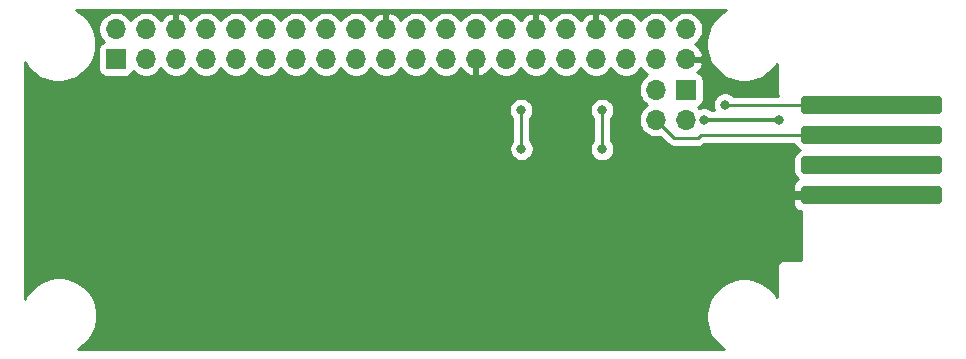
<source format=gbr>
G04 #@! TF.GenerationSoftware,KiCad,Pcbnew,(5.1.5)-2*
G04 #@! TF.CreationDate,2019-12-04T22:48:08+00:00*
G04 #@! TF.ProjectId,TTVV,54545656-2e6b-4696-9361-645f70636258,1.0.8*
G04 #@! TF.SameCoordinates,Original*
G04 #@! TF.FileFunction,Copper,L2,Bot*
G04 #@! TF.FilePolarity,Positive*
%FSLAX46Y46*%
G04 Gerber Fmt 4.6, Leading zero omitted, Abs format (unit mm)*
G04 Created by KiCad (PCBNEW (5.1.5)-2) date 2019-12-04 22:48:08*
%MOMM*%
%LPD*%
G04 APERTURE LIST*
%ADD10C,0.100000*%
%ADD11O,1.700000X1.700000*%
%ADD12R,1.700000X1.700000*%
%ADD13C,0.800000*%
%ADD14C,0.300000*%
%ADD15C,0.250000*%
%ADD16C,0.800000*%
%ADD17C,0.254000*%
G04 APERTURE END LIST*
G04 #@! TA.AperFunction,SMDPad,CuDef*
D10*
G36*
X128038956Y-64555206D02*
G01*
X128075359Y-64560606D01*
X128111057Y-64569547D01*
X128145706Y-64581945D01*
X128178974Y-64597680D01*
X128210539Y-64616599D01*
X128240097Y-64638521D01*
X128267365Y-64663235D01*
X128292079Y-64690503D01*
X128314001Y-64720061D01*
X128332920Y-64751626D01*
X128348655Y-64784894D01*
X128361053Y-64819543D01*
X128369994Y-64855241D01*
X128375394Y-64891644D01*
X128377200Y-64928400D01*
X128377200Y-65678400D01*
X128375394Y-65715156D01*
X128369994Y-65751559D01*
X128361053Y-65787257D01*
X128348655Y-65821906D01*
X128332920Y-65855174D01*
X128314001Y-65886739D01*
X128292079Y-65916297D01*
X128267365Y-65943565D01*
X128240097Y-65968279D01*
X128210539Y-65990201D01*
X128178974Y-66009120D01*
X128145706Y-66024855D01*
X128111057Y-66037253D01*
X128075359Y-66046194D01*
X128038956Y-66051594D01*
X128002200Y-66053400D01*
X116752200Y-66053400D01*
X116715444Y-66051594D01*
X116679041Y-66046194D01*
X116643343Y-66037253D01*
X116608694Y-66024855D01*
X116575426Y-66009120D01*
X116543861Y-65990201D01*
X116514303Y-65968279D01*
X116487035Y-65943565D01*
X116462321Y-65916297D01*
X116440399Y-65886739D01*
X116421480Y-65855174D01*
X116405745Y-65821906D01*
X116393347Y-65787257D01*
X116384406Y-65751559D01*
X116379006Y-65715156D01*
X116377200Y-65678400D01*
X116377200Y-64928400D01*
X116379006Y-64891644D01*
X116384406Y-64855241D01*
X116393347Y-64819543D01*
X116405745Y-64784894D01*
X116421480Y-64751626D01*
X116440399Y-64720061D01*
X116462321Y-64690503D01*
X116487035Y-64663235D01*
X116514303Y-64638521D01*
X116543861Y-64616599D01*
X116575426Y-64597680D01*
X116608694Y-64581945D01*
X116643343Y-64569547D01*
X116679041Y-64560606D01*
X116715444Y-64555206D01*
X116752200Y-64553400D01*
X128002200Y-64553400D01*
X128038956Y-64555206D01*
G37*
G04 #@! TD.AperFunction*
G04 #@! TA.AperFunction,SMDPad,CuDef*
G36*
X128038956Y-62015206D02*
G01*
X128075359Y-62020606D01*
X128111057Y-62029547D01*
X128145706Y-62041945D01*
X128178974Y-62057680D01*
X128210539Y-62076599D01*
X128240097Y-62098521D01*
X128267365Y-62123235D01*
X128292079Y-62150503D01*
X128314001Y-62180061D01*
X128332920Y-62211626D01*
X128348655Y-62244894D01*
X128361053Y-62279543D01*
X128369994Y-62315241D01*
X128375394Y-62351644D01*
X128377200Y-62388400D01*
X128377200Y-63138400D01*
X128375394Y-63175156D01*
X128369994Y-63211559D01*
X128361053Y-63247257D01*
X128348655Y-63281906D01*
X128332920Y-63315174D01*
X128314001Y-63346739D01*
X128292079Y-63376297D01*
X128267365Y-63403565D01*
X128240097Y-63428279D01*
X128210539Y-63450201D01*
X128178974Y-63469120D01*
X128145706Y-63484855D01*
X128111057Y-63497253D01*
X128075359Y-63506194D01*
X128038956Y-63511594D01*
X128002200Y-63513400D01*
X116752200Y-63513400D01*
X116715444Y-63511594D01*
X116679041Y-63506194D01*
X116643343Y-63497253D01*
X116608694Y-63484855D01*
X116575426Y-63469120D01*
X116543861Y-63450201D01*
X116514303Y-63428279D01*
X116487035Y-63403565D01*
X116462321Y-63376297D01*
X116440399Y-63346739D01*
X116421480Y-63315174D01*
X116405745Y-63281906D01*
X116393347Y-63247257D01*
X116384406Y-63211559D01*
X116379006Y-63175156D01*
X116377200Y-63138400D01*
X116377200Y-62388400D01*
X116379006Y-62351644D01*
X116384406Y-62315241D01*
X116393347Y-62279543D01*
X116405745Y-62244894D01*
X116421480Y-62211626D01*
X116440399Y-62180061D01*
X116462321Y-62150503D01*
X116487035Y-62123235D01*
X116514303Y-62098521D01*
X116543861Y-62076599D01*
X116575426Y-62057680D01*
X116608694Y-62041945D01*
X116643343Y-62029547D01*
X116679041Y-62020606D01*
X116715444Y-62015206D01*
X116752200Y-62013400D01*
X128002200Y-62013400D01*
X128038956Y-62015206D01*
G37*
G04 #@! TD.AperFunction*
G04 #@! TA.AperFunction,SMDPad,CuDef*
G36*
X128038956Y-59475206D02*
G01*
X128075359Y-59480606D01*
X128111057Y-59489547D01*
X128145706Y-59501945D01*
X128178974Y-59517680D01*
X128210539Y-59536599D01*
X128240097Y-59558521D01*
X128267365Y-59583235D01*
X128292079Y-59610503D01*
X128314001Y-59640061D01*
X128332920Y-59671626D01*
X128348655Y-59704894D01*
X128361053Y-59739543D01*
X128369994Y-59775241D01*
X128375394Y-59811644D01*
X128377200Y-59848400D01*
X128377200Y-60598400D01*
X128375394Y-60635156D01*
X128369994Y-60671559D01*
X128361053Y-60707257D01*
X128348655Y-60741906D01*
X128332920Y-60775174D01*
X128314001Y-60806739D01*
X128292079Y-60836297D01*
X128267365Y-60863565D01*
X128240097Y-60888279D01*
X128210539Y-60910201D01*
X128178974Y-60929120D01*
X128145706Y-60944855D01*
X128111057Y-60957253D01*
X128075359Y-60966194D01*
X128038956Y-60971594D01*
X128002200Y-60973400D01*
X116752200Y-60973400D01*
X116715444Y-60971594D01*
X116679041Y-60966194D01*
X116643343Y-60957253D01*
X116608694Y-60944855D01*
X116575426Y-60929120D01*
X116543861Y-60910201D01*
X116514303Y-60888279D01*
X116487035Y-60863565D01*
X116462321Y-60836297D01*
X116440399Y-60806739D01*
X116421480Y-60775174D01*
X116405745Y-60741906D01*
X116393347Y-60707257D01*
X116384406Y-60671559D01*
X116379006Y-60635156D01*
X116377200Y-60598400D01*
X116377200Y-59848400D01*
X116379006Y-59811644D01*
X116384406Y-59775241D01*
X116393347Y-59739543D01*
X116405745Y-59704894D01*
X116421480Y-59671626D01*
X116440399Y-59640061D01*
X116462321Y-59610503D01*
X116487035Y-59583235D01*
X116514303Y-59558521D01*
X116543861Y-59536599D01*
X116575426Y-59517680D01*
X116608694Y-59501945D01*
X116643343Y-59489547D01*
X116679041Y-59480606D01*
X116715444Y-59475206D01*
X116752200Y-59473400D01*
X128002200Y-59473400D01*
X128038956Y-59475206D01*
G37*
G04 #@! TD.AperFunction*
G04 #@! TA.AperFunction,SMDPad,CuDef*
G36*
X128038956Y-56935206D02*
G01*
X128075359Y-56940606D01*
X128111057Y-56949547D01*
X128145706Y-56961945D01*
X128178974Y-56977680D01*
X128210539Y-56996599D01*
X128240097Y-57018521D01*
X128267365Y-57043235D01*
X128292079Y-57070503D01*
X128314001Y-57100061D01*
X128332920Y-57131626D01*
X128348655Y-57164894D01*
X128361053Y-57199543D01*
X128369994Y-57235241D01*
X128375394Y-57271644D01*
X128377200Y-57308400D01*
X128377200Y-58058400D01*
X128375394Y-58095156D01*
X128369994Y-58131559D01*
X128361053Y-58167257D01*
X128348655Y-58201906D01*
X128332920Y-58235174D01*
X128314001Y-58266739D01*
X128292079Y-58296297D01*
X128267365Y-58323565D01*
X128240097Y-58348279D01*
X128210539Y-58370201D01*
X128178974Y-58389120D01*
X128145706Y-58404855D01*
X128111057Y-58417253D01*
X128075359Y-58426194D01*
X128038956Y-58431594D01*
X128002200Y-58433400D01*
X116752200Y-58433400D01*
X116715444Y-58431594D01*
X116679041Y-58426194D01*
X116643343Y-58417253D01*
X116608694Y-58404855D01*
X116575426Y-58389120D01*
X116543861Y-58370201D01*
X116514303Y-58348279D01*
X116487035Y-58323565D01*
X116462321Y-58296297D01*
X116440399Y-58266739D01*
X116421480Y-58235174D01*
X116405745Y-58201906D01*
X116393347Y-58167257D01*
X116384406Y-58131559D01*
X116379006Y-58095156D01*
X116377200Y-58058400D01*
X116377200Y-57308400D01*
X116379006Y-57271644D01*
X116384406Y-57235241D01*
X116393347Y-57199543D01*
X116405745Y-57164894D01*
X116421480Y-57131626D01*
X116440399Y-57100061D01*
X116462321Y-57070503D01*
X116487035Y-57043235D01*
X116514303Y-57018521D01*
X116543861Y-56996599D01*
X116575426Y-56977680D01*
X116608694Y-56961945D01*
X116643343Y-56949547D01*
X116679041Y-56940606D01*
X116715444Y-56935206D01*
X116752200Y-56933400D01*
X128002200Y-56933400D01*
X128038956Y-56935206D01*
G37*
G04 #@! TD.AperFunction*
D11*
X104140000Y-58928000D03*
X104140000Y-56388000D03*
X106680000Y-58928000D03*
D12*
X106680000Y-56388000D03*
D11*
X106660000Y-51260000D03*
X106660000Y-53800000D03*
X104120000Y-51260000D03*
X104120000Y-53800000D03*
X101580000Y-51260000D03*
X101580000Y-53800000D03*
X99040000Y-51260000D03*
X99040000Y-53800000D03*
X96500000Y-51260000D03*
X96500000Y-53800000D03*
X93960000Y-51260000D03*
X93960000Y-53800000D03*
X91420000Y-51260000D03*
X91420000Y-53800000D03*
X88880000Y-51260000D03*
X88880000Y-53800000D03*
X86340000Y-51260000D03*
X86340000Y-53800000D03*
X83800000Y-51260000D03*
X83800000Y-53800000D03*
X81260000Y-51260000D03*
X81260000Y-53800000D03*
X78720000Y-51260000D03*
X78720000Y-53800000D03*
X76180000Y-51260000D03*
X76180000Y-53800000D03*
X73640000Y-51260000D03*
X73640000Y-53800000D03*
X71100000Y-51260000D03*
X71100000Y-53800000D03*
X68560000Y-51260000D03*
X68560000Y-53800000D03*
X66020000Y-51260000D03*
X66020000Y-53800000D03*
X63480000Y-51260000D03*
X63480000Y-53800000D03*
X60940000Y-51260000D03*
X60940000Y-53800000D03*
X58400000Y-51260000D03*
D12*
X58400000Y-53800000D03*
D13*
X114554000Y-58928000D03*
X108204000Y-58928000D03*
X115290600Y-65303400D03*
X92735400Y-61393100D03*
X92710000Y-58115200D03*
X109982000Y-57658000D03*
X99580400Y-61417200D03*
X99568000Y-58115200D03*
D14*
X114300000Y-58928000D02*
X108204000Y-58928000D01*
X114300000Y-58928000D02*
X114554000Y-58928000D01*
X114554000Y-58928000D02*
X114554000Y-58928000D01*
X108204000Y-58928000D02*
X108204000Y-58928000D01*
D15*
X107924600Y-60223400D02*
X122377200Y-60223400D01*
X107696000Y-60452000D02*
X107924600Y-60223400D01*
X104140000Y-58928000D02*
X105664000Y-60452000D01*
X105664000Y-60452000D02*
X107696000Y-60452000D01*
D16*
X122377200Y-65303400D02*
X115341400Y-65303400D01*
D15*
X92710000Y-61367700D02*
X92735400Y-61393100D01*
X92710000Y-58115200D02*
X92710000Y-61367700D01*
X120421400Y-57683400D02*
X122377200Y-57683400D01*
X122377200Y-57683400D02*
X110007400Y-57683400D01*
X99568000Y-61404800D02*
X99580400Y-61417200D01*
X99568000Y-58115200D02*
X99568000Y-61404800D01*
D17*
G36*
X109542907Y-49993425D02*
G01*
X109093425Y-50442907D01*
X108740270Y-50971442D01*
X108497012Y-51558719D01*
X108373000Y-52182168D01*
X108373000Y-52817832D01*
X108497012Y-53441281D01*
X108740270Y-54028558D01*
X109093425Y-54557093D01*
X109542907Y-55006575D01*
X110071442Y-55359730D01*
X110658719Y-55602988D01*
X111282168Y-55727000D01*
X111917832Y-55727000D01*
X112541281Y-55602988D01*
X113128558Y-55359730D01*
X113657093Y-55006575D01*
X114106575Y-54557093D01*
X114361599Y-54175421D01*
X114383923Y-56529925D01*
X114381031Y-56560275D01*
X114384538Y-56594766D01*
X114384558Y-56596855D01*
X114387820Y-56627037D01*
X114394183Y-56689618D01*
X114394799Y-56691627D01*
X114395026Y-56693724D01*
X114413888Y-56753845D01*
X114432316Y-56813908D01*
X114433313Y-56815760D01*
X114433944Y-56817770D01*
X114464141Y-56872998D01*
X114491286Y-56923400D01*
X110711111Y-56923400D01*
X110641774Y-56854063D01*
X110472256Y-56740795D01*
X110283898Y-56662774D01*
X110083939Y-56623000D01*
X109880061Y-56623000D01*
X109680102Y-56662774D01*
X109491744Y-56740795D01*
X109322226Y-56854063D01*
X109178063Y-56998226D01*
X109064795Y-57167744D01*
X108986774Y-57356102D01*
X108947000Y-57556061D01*
X108947000Y-57759939D01*
X108986774Y-57959898D01*
X109062618Y-58143000D01*
X108882711Y-58143000D01*
X108863774Y-58124063D01*
X108694256Y-58010795D01*
X108505898Y-57932774D01*
X108305939Y-57893000D01*
X108102061Y-57893000D01*
X107902102Y-57932774D01*
X107807761Y-57971852D01*
X107698374Y-57850498D01*
X107774180Y-57827502D01*
X107884494Y-57768537D01*
X107981185Y-57689185D01*
X108060537Y-57592494D01*
X108119502Y-57482180D01*
X108155812Y-57362482D01*
X108168072Y-57238000D01*
X108168072Y-55538000D01*
X108155812Y-55413518D01*
X108119502Y-55293820D01*
X108060537Y-55183506D01*
X107981185Y-55086815D01*
X107884494Y-55007463D01*
X107774180Y-54948498D01*
X107654482Y-54912188D01*
X107642303Y-54910989D01*
X107660269Y-54897588D01*
X107855178Y-54681355D01*
X108004157Y-54431252D01*
X108101481Y-54156891D01*
X107980814Y-53927000D01*
X106787000Y-53927000D01*
X106787000Y-53947000D01*
X106533000Y-53947000D01*
X106533000Y-53927000D01*
X106513000Y-53927000D01*
X106513000Y-53673000D01*
X106533000Y-53673000D01*
X106533000Y-53653000D01*
X106787000Y-53653000D01*
X106787000Y-53673000D01*
X107980814Y-53673000D01*
X108101481Y-53443109D01*
X108004157Y-53168748D01*
X107855178Y-52918645D01*
X107660269Y-52702412D01*
X107430594Y-52531100D01*
X107606632Y-52413475D01*
X107813475Y-52206632D01*
X107975990Y-51963411D01*
X108087932Y-51693158D01*
X108145000Y-51406260D01*
X108145000Y-51113740D01*
X108087932Y-50826842D01*
X107975990Y-50556589D01*
X107813475Y-50313368D01*
X107606632Y-50106525D01*
X107363411Y-49944010D01*
X107093158Y-49832068D01*
X106806260Y-49775000D01*
X106513740Y-49775000D01*
X106226842Y-49832068D01*
X105956589Y-49944010D01*
X105713368Y-50106525D01*
X105506525Y-50313368D01*
X105390000Y-50487760D01*
X105273475Y-50313368D01*
X105066632Y-50106525D01*
X104823411Y-49944010D01*
X104553158Y-49832068D01*
X104266260Y-49775000D01*
X103973740Y-49775000D01*
X103686842Y-49832068D01*
X103416589Y-49944010D01*
X103173368Y-50106525D01*
X102966525Y-50313368D01*
X102850000Y-50487760D01*
X102733475Y-50313368D01*
X102526632Y-50106525D01*
X102283411Y-49944010D01*
X102013158Y-49832068D01*
X101726260Y-49775000D01*
X101433740Y-49775000D01*
X101146842Y-49832068D01*
X100876589Y-49944010D01*
X100633368Y-50106525D01*
X100426525Y-50313368D01*
X100304805Y-50495534D01*
X100235178Y-50378645D01*
X100040269Y-50162412D01*
X99806920Y-49988359D01*
X99544099Y-49863175D01*
X99396890Y-49818524D01*
X99167000Y-49939845D01*
X99167000Y-51133000D01*
X99187000Y-51133000D01*
X99187000Y-51387000D01*
X99167000Y-51387000D01*
X99167000Y-51407000D01*
X98913000Y-51407000D01*
X98913000Y-51387000D01*
X98893000Y-51387000D01*
X98893000Y-51133000D01*
X98913000Y-51133000D01*
X98913000Y-49939845D01*
X98683110Y-49818524D01*
X98535901Y-49863175D01*
X98273080Y-49988359D01*
X98039731Y-50162412D01*
X97844822Y-50378645D01*
X97775195Y-50495534D01*
X97653475Y-50313368D01*
X97446632Y-50106525D01*
X97203411Y-49944010D01*
X96933158Y-49832068D01*
X96646260Y-49775000D01*
X96353740Y-49775000D01*
X96066842Y-49832068D01*
X95796589Y-49944010D01*
X95553368Y-50106525D01*
X95346525Y-50313368D01*
X95224805Y-50495534D01*
X95155178Y-50378645D01*
X94960269Y-50162412D01*
X94726920Y-49988359D01*
X94464099Y-49863175D01*
X94316890Y-49818524D01*
X94087000Y-49939845D01*
X94087000Y-51133000D01*
X94107000Y-51133000D01*
X94107000Y-51387000D01*
X94087000Y-51387000D01*
X94087000Y-51407000D01*
X93833000Y-51407000D01*
X93833000Y-51387000D01*
X93813000Y-51387000D01*
X93813000Y-51133000D01*
X93833000Y-51133000D01*
X93833000Y-49939845D01*
X93603110Y-49818524D01*
X93455901Y-49863175D01*
X93193080Y-49988359D01*
X92959731Y-50162412D01*
X92764822Y-50378645D01*
X92695195Y-50495534D01*
X92573475Y-50313368D01*
X92366632Y-50106525D01*
X92123411Y-49944010D01*
X91853158Y-49832068D01*
X91566260Y-49775000D01*
X91273740Y-49775000D01*
X90986842Y-49832068D01*
X90716589Y-49944010D01*
X90473368Y-50106525D01*
X90266525Y-50313368D01*
X90150000Y-50487760D01*
X90033475Y-50313368D01*
X89826632Y-50106525D01*
X89583411Y-49944010D01*
X89313158Y-49832068D01*
X89026260Y-49775000D01*
X88733740Y-49775000D01*
X88446842Y-49832068D01*
X88176589Y-49944010D01*
X87933368Y-50106525D01*
X87726525Y-50313368D01*
X87610000Y-50487760D01*
X87493475Y-50313368D01*
X87286632Y-50106525D01*
X87043411Y-49944010D01*
X86773158Y-49832068D01*
X86486260Y-49775000D01*
X86193740Y-49775000D01*
X85906842Y-49832068D01*
X85636589Y-49944010D01*
X85393368Y-50106525D01*
X85186525Y-50313368D01*
X85070000Y-50487760D01*
X84953475Y-50313368D01*
X84746632Y-50106525D01*
X84503411Y-49944010D01*
X84233158Y-49832068D01*
X83946260Y-49775000D01*
X83653740Y-49775000D01*
X83366842Y-49832068D01*
X83096589Y-49944010D01*
X82853368Y-50106525D01*
X82646525Y-50313368D01*
X82524805Y-50495534D01*
X82455178Y-50378645D01*
X82260269Y-50162412D01*
X82026920Y-49988359D01*
X81764099Y-49863175D01*
X81616890Y-49818524D01*
X81387000Y-49939845D01*
X81387000Y-51133000D01*
X81407000Y-51133000D01*
X81407000Y-51387000D01*
X81387000Y-51387000D01*
X81387000Y-51407000D01*
X81133000Y-51407000D01*
X81133000Y-51387000D01*
X81113000Y-51387000D01*
X81113000Y-51133000D01*
X81133000Y-51133000D01*
X81133000Y-49939845D01*
X80903110Y-49818524D01*
X80755901Y-49863175D01*
X80493080Y-49988359D01*
X80259731Y-50162412D01*
X80064822Y-50378645D01*
X79995195Y-50495534D01*
X79873475Y-50313368D01*
X79666632Y-50106525D01*
X79423411Y-49944010D01*
X79153158Y-49832068D01*
X78866260Y-49775000D01*
X78573740Y-49775000D01*
X78286842Y-49832068D01*
X78016589Y-49944010D01*
X77773368Y-50106525D01*
X77566525Y-50313368D01*
X77450000Y-50487760D01*
X77333475Y-50313368D01*
X77126632Y-50106525D01*
X76883411Y-49944010D01*
X76613158Y-49832068D01*
X76326260Y-49775000D01*
X76033740Y-49775000D01*
X75746842Y-49832068D01*
X75476589Y-49944010D01*
X75233368Y-50106525D01*
X75026525Y-50313368D01*
X74910000Y-50487760D01*
X74793475Y-50313368D01*
X74586632Y-50106525D01*
X74343411Y-49944010D01*
X74073158Y-49832068D01*
X73786260Y-49775000D01*
X73493740Y-49775000D01*
X73206842Y-49832068D01*
X72936589Y-49944010D01*
X72693368Y-50106525D01*
X72486525Y-50313368D01*
X72370000Y-50487760D01*
X72253475Y-50313368D01*
X72046632Y-50106525D01*
X71803411Y-49944010D01*
X71533158Y-49832068D01*
X71246260Y-49775000D01*
X70953740Y-49775000D01*
X70666842Y-49832068D01*
X70396589Y-49944010D01*
X70153368Y-50106525D01*
X69946525Y-50313368D01*
X69830000Y-50487760D01*
X69713475Y-50313368D01*
X69506632Y-50106525D01*
X69263411Y-49944010D01*
X68993158Y-49832068D01*
X68706260Y-49775000D01*
X68413740Y-49775000D01*
X68126842Y-49832068D01*
X67856589Y-49944010D01*
X67613368Y-50106525D01*
X67406525Y-50313368D01*
X67290000Y-50487760D01*
X67173475Y-50313368D01*
X66966632Y-50106525D01*
X66723411Y-49944010D01*
X66453158Y-49832068D01*
X66166260Y-49775000D01*
X65873740Y-49775000D01*
X65586842Y-49832068D01*
X65316589Y-49944010D01*
X65073368Y-50106525D01*
X64866525Y-50313368D01*
X64744805Y-50495534D01*
X64675178Y-50378645D01*
X64480269Y-50162412D01*
X64246920Y-49988359D01*
X63984099Y-49863175D01*
X63836890Y-49818524D01*
X63607000Y-49939845D01*
X63607000Y-51133000D01*
X63627000Y-51133000D01*
X63627000Y-51387000D01*
X63607000Y-51387000D01*
X63607000Y-51407000D01*
X63353000Y-51407000D01*
X63353000Y-51387000D01*
X63333000Y-51387000D01*
X63333000Y-51133000D01*
X63353000Y-51133000D01*
X63353000Y-49939845D01*
X63123110Y-49818524D01*
X62975901Y-49863175D01*
X62713080Y-49988359D01*
X62479731Y-50162412D01*
X62284822Y-50378645D01*
X62215195Y-50495534D01*
X62093475Y-50313368D01*
X61886632Y-50106525D01*
X61643411Y-49944010D01*
X61373158Y-49832068D01*
X61086260Y-49775000D01*
X60793740Y-49775000D01*
X60506842Y-49832068D01*
X60236589Y-49944010D01*
X59993368Y-50106525D01*
X59786525Y-50313368D01*
X59670000Y-50487760D01*
X59553475Y-50313368D01*
X59346632Y-50106525D01*
X59103411Y-49944010D01*
X58833158Y-49832068D01*
X58546260Y-49775000D01*
X58253740Y-49775000D01*
X57966842Y-49832068D01*
X57696589Y-49944010D01*
X57453368Y-50106525D01*
X57246525Y-50313368D01*
X57084010Y-50556589D01*
X56972068Y-50826842D01*
X56915000Y-51113740D01*
X56915000Y-51406260D01*
X56972068Y-51693158D01*
X57084010Y-51963411D01*
X57246525Y-52206632D01*
X57378380Y-52338487D01*
X57305820Y-52360498D01*
X57195506Y-52419463D01*
X57098815Y-52498815D01*
X57019463Y-52595506D01*
X56960498Y-52705820D01*
X56924188Y-52825518D01*
X56911928Y-52950000D01*
X56911928Y-54650000D01*
X56924188Y-54774482D01*
X56960498Y-54894180D01*
X57019463Y-55004494D01*
X57098815Y-55101185D01*
X57195506Y-55180537D01*
X57305820Y-55239502D01*
X57425518Y-55275812D01*
X57550000Y-55288072D01*
X59250000Y-55288072D01*
X59374482Y-55275812D01*
X59494180Y-55239502D01*
X59604494Y-55180537D01*
X59701185Y-55101185D01*
X59780537Y-55004494D01*
X59839502Y-54894180D01*
X59861513Y-54821620D01*
X59993368Y-54953475D01*
X60236589Y-55115990D01*
X60506842Y-55227932D01*
X60793740Y-55285000D01*
X61086260Y-55285000D01*
X61373158Y-55227932D01*
X61643411Y-55115990D01*
X61886632Y-54953475D01*
X62093475Y-54746632D01*
X62210000Y-54572240D01*
X62326525Y-54746632D01*
X62533368Y-54953475D01*
X62776589Y-55115990D01*
X63046842Y-55227932D01*
X63333740Y-55285000D01*
X63626260Y-55285000D01*
X63913158Y-55227932D01*
X64183411Y-55115990D01*
X64426632Y-54953475D01*
X64633475Y-54746632D01*
X64750000Y-54572240D01*
X64866525Y-54746632D01*
X65073368Y-54953475D01*
X65316589Y-55115990D01*
X65586842Y-55227932D01*
X65873740Y-55285000D01*
X66166260Y-55285000D01*
X66453158Y-55227932D01*
X66723411Y-55115990D01*
X66966632Y-54953475D01*
X67173475Y-54746632D01*
X67290000Y-54572240D01*
X67406525Y-54746632D01*
X67613368Y-54953475D01*
X67856589Y-55115990D01*
X68126842Y-55227932D01*
X68413740Y-55285000D01*
X68706260Y-55285000D01*
X68993158Y-55227932D01*
X69263411Y-55115990D01*
X69506632Y-54953475D01*
X69713475Y-54746632D01*
X69830000Y-54572240D01*
X69946525Y-54746632D01*
X70153368Y-54953475D01*
X70396589Y-55115990D01*
X70666842Y-55227932D01*
X70953740Y-55285000D01*
X71246260Y-55285000D01*
X71533158Y-55227932D01*
X71803411Y-55115990D01*
X72046632Y-54953475D01*
X72253475Y-54746632D01*
X72370000Y-54572240D01*
X72486525Y-54746632D01*
X72693368Y-54953475D01*
X72936589Y-55115990D01*
X73206842Y-55227932D01*
X73493740Y-55285000D01*
X73786260Y-55285000D01*
X74073158Y-55227932D01*
X74343411Y-55115990D01*
X74586632Y-54953475D01*
X74793475Y-54746632D01*
X74910000Y-54572240D01*
X75026525Y-54746632D01*
X75233368Y-54953475D01*
X75476589Y-55115990D01*
X75746842Y-55227932D01*
X76033740Y-55285000D01*
X76326260Y-55285000D01*
X76613158Y-55227932D01*
X76883411Y-55115990D01*
X77126632Y-54953475D01*
X77333475Y-54746632D01*
X77450000Y-54572240D01*
X77566525Y-54746632D01*
X77773368Y-54953475D01*
X78016589Y-55115990D01*
X78286842Y-55227932D01*
X78573740Y-55285000D01*
X78866260Y-55285000D01*
X79153158Y-55227932D01*
X79423411Y-55115990D01*
X79666632Y-54953475D01*
X79873475Y-54746632D01*
X79990000Y-54572240D01*
X80106525Y-54746632D01*
X80313368Y-54953475D01*
X80556589Y-55115990D01*
X80826842Y-55227932D01*
X81113740Y-55285000D01*
X81406260Y-55285000D01*
X81693158Y-55227932D01*
X81963411Y-55115990D01*
X82206632Y-54953475D01*
X82413475Y-54746632D01*
X82530000Y-54572240D01*
X82646525Y-54746632D01*
X82853368Y-54953475D01*
X83096589Y-55115990D01*
X83366842Y-55227932D01*
X83653740Y-55285000D01*
X83946260Y-55285000D01*
X84233158Y-55227932D01*
X84503411Y-55115990D01*
X84746632Y-54953475D01*
X84953475Y-54746632D01*
X85070000Y-54572240D01*
X85186525Y-54746632D01*
X85393368Y-54953475D01*
X85636589Y-55115990D01*
X85906842Y-55227932D01*
X86193740Y-55285000D01*
X86486260Y-55285000D01*
X86773158Y-55227932D01*
X87043411Y-55115990D01*
X87286632Y-54953475D01*
X87493475Y-54746632D01*
X87615195Y-54564466D01*
X87684822Y-54681355D01*
X87879731Y-54897588D01*
X88113080Y-55071641D01*
X88375901Y-55196825D01*
X88523110Y-55241476D01*
X88753000Y-55120155D01*
X88753000Y-53927000D01*
X88733000Y-53927000D01*
X88733000Y-53673000D01*
X88753000Y-53673000D01*
X88753000Y-53653000D01*
X89007000Y-53653000D01*
X89007000Y-53673000D01*
X89027000Y-53673000D01*
X89027000Y-53927000D01*
X89007000Y-53927000D01*
X89007000Y-55120155D01*
X89236890Y-55241476D01*
X89384099Y-55196825D01*
X89646920Y-55071641D01*
X89880269Y-54897588D01*
X90075178Y-54681355D01*
X90144805Y-54564466D01*
X90266525Y-54746632D01*
X90473368Y-54953475D01*
X90716589Y-55115990D01*
X90986842Y-55227932D01*
X91273740Y-55285000D01*
X91566260Y-55285000D01*
X91853158Y-55227932D01*
X92123411Y-55115990D01*
X92366632Y-54953475D01*
X92573475Y-54746632D01*
X92690000Y-54572240D01*
X92806525Y-54746632D01*
X93013368Y-54953475D01*
X93256589Y-55115990D01*
X93526842Y-55227932D01*
X93813740Y-55285000D01*
X94106260Y-55285000D01*
X94393158Y-55227932D01*
X94663411Y-55115990D01*
X94906632Y-54953475D01*
X95113475Y-54746632D01*
X95230000Y-54572240D01*
X95346525Y-54746632D01*
X95553368Y-54953475D01*
X95796589Y-55115990D01*
X96066842Y-55227932D01*
X96353740Y-55285000D01*
X96646260Y-55285000D01*
X96933158Y-55227932D01*
X97203411Y-55115990D01*
X97446632Y-54953475D01*
X97653475Y-54746632D01*
X97770000Y-54572240D01*
X97886525Y-54746632D01*
X98093368Y-54953475D01*
X98336589Y-55115990D01*
X98606842Y-55227932D01*
X98893740Y-55285000D01*
X99186260Y-55285000D01*
X99473158Y-55227932D01*
X99743411Y-55115990D01*
X99986632Y-54953475D01*
X100193475Y-54746632D01*
X100310000Y-54572240D01*
X100426525Y-54746632D01*
X100633368Y-54953475D01*
X100876589Y-55115990D01*
X101146842Y-55227932D01*
X101433740Y-55285000D01*
X101726260Y-55285000D01*
X102013158Y-55227932D01*
X102283411Y-55115990D01*
X102526632Y-54953475D01*
X102733475Y-54746632D01*
X102850000Y-54572240D01*
X102966525Y-54746632D01*
X103173368Y-54953475D01*
X103393679Y-55100682D01*
X103193368Y-55234525D01*
X102986525Y-55441368D01*
X102824010Y-55684589D01*
X102712068Y-55954842D01*
X102655000Y-56241740D01*
X102655000Y-56534260D01*
X102712068Y-56821158D01*
X102824010Y-57091411D01*
X102986525Y-57334632D01*
X103193368Y-57541475D01*
X103367760Y-57658000D01*
X103193368Y-57774525D01*
X102986525Y-57981368D01*
X102824010Y-58224589D01*
X102712068Y-58494842D01*
X102655000Y-58781740D01*
X102655000Y-59074260D01*
X102712068Y-59361158D01*
X102824010Y-59631411D01*
X102986525Y-59874632D01*
X103193368Y-60081475D01*
X103436589Y-60243990D01*
X103706842Y-60355932D01*
X103993740Y-60413000D01*
X104286260Y-60413000D01*
X104506407Y-60369210D01*
X105100205Y-60963008D01*
X105123999Y-60992001D01*
X105152992Y-61015795D01*
X105152996Y-61015799D01*
X105223685Y-61073811D01*
X105239724Y-61086974D01*
X105371753Y-61157546D01*
X105515014Y-61201003D01*
X105626667Y-61212000D01*
X105626676Y-61212000D01*
X105663999Y-61215676D01*
X105701322Y-61212000D01*
X107658678Y-61212000D01*
X107696000Y-61215676D01*
X107733322Y-61212000D01*
X107733333Y-61212000D01*
X107844986Y-61201003D01*
X107988247Y-61157546D01*
X108120276Y-61086974D01*
X108236001Y-60992001D01*
X108243060Y-60983400D01*
X115815429Y-60983400D01*
X115816244Y-60986086D01*
X115909861Y-61161233D01*
X116035850Y-61314750D01*
X116189367Y-61440739D01*
X116287890Y-61493400D01*
X116189367Y-61546061D01*
X116035850Y-61672050D01*
X115909861Y-61825567D01*
X115816244Y-62000714D01*
X115758594Y-62190759D01*
X115739128Y-62388400D01*
X115739128Y-63138400D01*
X115758594Y-63336041D01*
X115816244Y-63526086D01*
X115909861Y-63701233D01*
X116035850Y-63854750D01*
X116159178Y-63955963D01*
X116133020Y-63963898D01*
X116022706Y-64022863D01*
X115926015Y-64102215D01*
X115846663Y-64198906D01*
X115787698Y-64309220D01*
X115751388Y-64428918D01*
X115739128Y-64553400D01*
X115742200Y-65017650D01*
X115900950Y-65176400D01*
X116432739Y-65176400D01*
X116432614Y-65430400D01*
X115900950Y-65430400D01*
X115742200Y-65589150D01*
X115739128Y-66053400D01*
X115751388Y-66177882D01*
X115787698Y-66297580D01*
X115846663Y-66407894D01*
X115926015Y-66504585D01*
X116022706Y-66583937D01*
X116133020Y-66642902D01*
X116252718Y-66679212D01*
X116377200Y-66691472D01*
X116431994Y-66691443D01*
X116429984Y-70783021D01*
X115045855Y-70785072D01*
X115014105Y-70781927D01*
X114981012Y-70785168D01*
X114980344Y-70785169D01*
X114948938Y-70788309D01*
X114884716Y-70794599D01*
X114884066Y-70794796D01*
X114883394Y-70794863D01*
X114821856Y-70813630D01*
X114760285Y-70832271D01*
X114759689Y-70832589D01*
X114759040Y-70832787D01*
X114702440Y-70863148D01*
X114645594Y-70893492D01*
X114645067Y-70893924D01*
X114644474Y-70894242D01*
X114594966Y-70934995D01*
X114545051Y-70975914D01*
X114544621Y-70976438D01*
X114544098Y-70976868D01*
X114503396Y-71026614D01*
X114462518Y-71076367D01*
X114462198Y-71076965D01*
X114461770Y-71077488D01*
X114431605Y-71134125D01*
X114401170Y-71190990D01*
X114400972Y-71191640D01*
X114400655Y-71192236D01*
X114382118Y-71253670D01*
X114363362Y-71315379D01*
X114363295Y-71316054D01*
X114363100Y-71316701D01*
X114356903Y-71380586D01*
X114353758Y-71412338D01*
X114353758Y-71413013D01*
X114350548Y-71446102D01*
X114353722Y-71477845D01*
X114352383Y-73910785D01*
X114106575Y-73542907D01*
X113657093Y-73093425D01*
X113128558Y-72740270D01*
X112541281Y-72497012D01*
X111917832Y-72373000D01*
X111282168Y-72373000D01*
X110658719Y-72497012D01*
X110071442Y-72740270D01*
X109542907Y-73093425D01*
X109093425Y-73542907D01*
X108740270Y-74071442D01*
X108497012Y-74658719D01*
X108373000Y-75282168D01*
X108373000Y-75917832D01*
X108497012Y-76541281D01*
X108740270Y-77128558D01*
X109093425Y-77657093D01*
X109542907Y-78106575D01*
X109890064Y-78338538D01*
X55181431Y-78324401D01*
X55657093Y-78006575D01*
X56106575Y-77557093D01*
X56459730Y-77028558D01*
X56702988Y-76441281D01*
X56827000Y-75817832D01*
X56827000Y-75182168D01*
X56702988Y-74558719D01*
X56459730Y-73971442D01*
X56106575Y-73442907D01*
X55657093Y-72993425D01*
X55128558Y-72640270D01*
X54541281Y-72397012D01*
X53917832Y-72273000D01*
X53282168Y-72273000D01*
X52658719Y-72397012D01*
X52071442Y-72640270D01*
X51542907Y-72993425D01*
X51093425Y-73442907D01*
X50740270Y-73971442D01*
X50668415Y-74144914D01*
X50675546Y-58013261D01*
X91675000Y-58013261D01*
X91675000Y-58217139D01*
X91714774Y-58417098D01*
X91792795Y-58605456D01*
X91906063Y-58774974D01*
X91950000Y-58818911D01*
X91950001Y-60714788D01*
X91931463Y-60733326D01*
X91818195Y-60902844D01*
X91740174Y-61091202D01*
X91700400Y-61291161D01*
X91700400Y-61495039D01*
X91740174Y-61694998D01*
X91818195Y-61883356D01*
X91931463Y-62052874D01*
X92075626Y-62197037D01*
X92245144Y-62310305D01*
X92433502Y-62388326D01*
X92633461Y-62428100D01*
X92837339Y-62428100D01*
X93037298Y-62388326D01*
X93225656Y-62310305D01*
X93395174Y-62197037D01*
X93539337Y-62052874D01*
X93652605Y-61883356D01*
X93730626Y-61694998D01*
X93770400Y-61495039D01*
X93770400Y-61291161D01*
X93730626Y-61091202D01*
X93652605Y-60902844D01*
X93539337Y-60733326D01*
X93470000Y-60663989D01*
X93470000Y-58818911D01*
X93513937Y-58774974D01*
X93627205Y-58605456D01*
X93705226Y-58417098D01*
X93745000Y-58217139D01*
X93745000Y-58013261D01*
X98533000Y-58013261D01*
X98533000Y-58217139D01*
X98572774Y-58417098D01*
X98650795Y-58605456D01*
X98764063Y-58774974D01*
X98808000Y-58818911D01*
X98808001Y-60725888D01*
X98776463Y-60757426D01*
X98663195Y-60926944D01*
X98585174Y-61115302D01*
X98545400Y-61315261D01*
X98545400Y-61519139D01*
X98585174Y-61719098D01*
X98663195Y-61907456D01*
X98776463Y-62076974D01*
X98920626Y-62221137D01*
X99090144Y-62334405D01*
X99278502Y-62412426D01*
X99478461Y-62452200D01*
X99682339Y-62452200D01*
X99882298Y-62412426D01*
X100070656Y-62334405D01*
X100240174Y-62221137D01*
X100384337Y-62076974D01*
X100497605Y-61907456D01*
X100575626Y-61719098D01*
X100615400Y-61519139D01*
X100615400Y-61315261D01*
X100575626Y-61115302D01*
X100497605Y-60926944D01*
X100384337Y-60757426D01*
X100328000Y-60701089D01*
X100328000Y-58818911D01*
X100371937Y-58774974D01*
X100485205Y-58605456D01*
X100563226Y-58417098D01*
X100603000Y-58217139D01*
X100603000Y-58013261D01*
X100563226Y-57813302D01*
X100485205Y-57624944D01*
X100371937Y-57455426D01*
X100227774Y-57311263D01*
X100058256Y-57197995D01*
X99869898Y-57119974D01*
X99669939Y-57080200D01*
X99466061Y-57080200D01*
X99266102Y-57119974D01*
X99077744Y-57197995D01*
X98908226Y-57311263D01*
X98764063Y-57455426D01*
X98650795Y-57624944D01*
X98572774Y-57813302D01*
X98533000Y-58013261D01*
X93745000Y-58013261D01*
X93705226Y-57813302D01*
X93627205Y-57624944D01*
X93513937Y-57455426D01*
X93369774Y-57311263D01*
X93200256Y-57197995D01*
X93011898Y-57119974D01*
X92811939Y-57080200D01*
X92608061Y-57080200D01*
X92408102Y-57119974D01*
X92219744Y-57197995D01*
X92050226Y-57311263D01*
X91906063Y-57455426D01*
X91792795Y-57624944D01*
X91714774Y-57813302D01*
X91675000Y-58013261D01*
X50675546Y-58013261D01*
X50677283Y-54083951D01*
X50993425Y-54557093D01*
X51442907Y-55006575D01*
X51971442Y-55359730D01*
X52558719Y-55602988D01*
X53182168Y-55727000D01*
X53817832Y-55727000D01*
X54441281Y-55602988D01*
X55028558Y-55359730D01*
X55557093Y-55006575D01*
X56006575Y-54557093D01*
X56359730Y-54028558D01*
X56602988Y-53441281D01*
X56727000Y-52817832D01*
X56727000Y-52182168D01*
X56602988Y-51558719D01*
X56359730Y-50971442D01*
X56006575Y-50442907D01*
X55557093Y-49993425D01*
X55067851Y-49666525D01*
X110041578Y-49660224D01*
X109542907Y-49993425D01*
G37*
X109542907Y-49993425D02*
X109093425Y-50442907D01*
X108740270Y-50971442D01*
X108497012Y-51558719D01*
X108373000Y-52182168D01*
X108373000Y-52817832D01*
X108497012Y-53441281D01*
X108740270Y-54028558D01*
X109093425Y-54557093D01*
X109542907Y-55006575D01*
X110071442Y-55359730D01*
X110658719Y-55602988D01*
X111282168Y-55727000D01*
X111917832Y-55727000D01*
X112541281Y-55602988D01*
X113128558Y-55359730D01*
X113657093Y-55006575D01*
X114106575Y-54557093D01*
X114361599Y-54175421D01*
X114383923Y-56529925D01*
X114381031Y-56560275D01*
X114384538Y-56594766D01*
X114384558Y-56596855D01*
X114387820Y-56627037D01*
X114394183Y-56689618D01*
X114394799Y-56691627D01*
X114395026Y-56693724D01*
X114413888Y-56753845D01*
X114432316Y-56813908D01*
X114433313Y-56815760D01*
X114433944Y-56817770D01*
X114464141Y-56872998D01*
X114491286Y-56923400D01*
X110711111Y-56923400D01*
X110641774Y-56854063D01*
X110472256Y-56740795D01*
X110283898Y-56662774D01*
X110083939Y-56623000D01*
X109880061Y-56623000D01*
X109680102Y-56662774D01*
X109491744Y-56740795D01*
X109322226Y-56854063D01*
X109178063Y-56998226D01*
X109064795Y-57167744D01*
X108986774Y-57356102D01*
X108947000Y-57556061D01*
X108947000Y-57759939D01*
X108986774Y-57959898D01*
X109062618Y-58143000D01*
X108882711Y-58143000D01*
X108863774Y-58124063D01*
X108694256Y-58010795D01*
X108505898Y-57932774D01*
X108305939Y-57893000D01*
X108102061Y-57893000D01*
X107902102Y-57932774D01*
X107807761Y-57971852D01*
X107698374Y-57850498D01*
X107774180Y-57827502D01*
X107884494Y-57768537D01*
X107981185Y-57689185D01*
X108060537Y-57592494D01*
X108119502Y-57482180D01*
X108155812Y-57362482D01*
X108168072Y-57238000D01*
X108168072Y-55538000D01*
X108155812Y-55413518D01*
X108119502Y-55293820D01*
X108060537Y-55183506D01*
X107981185Y-55086815D01*
X107884494Y-55007463D01*
X107774180Y-54948498D01*
X107654482Y-54912188D01*
X107642303Y-54910989D01*
X107660269Y-54897588D01*
X107855178Y-54681355D01*
X108004157Y-54431252D01*
X108101481Y-54156891D01*
X107980814Y-53927000D01*
X106787000Y-53927000D01*
X106787000Y-53947000D01*
X106533000Y-53947000D01*
X106533000Y-53927000D01*
X106513000Y-53927000D01*
X106513000Y-53673000D01*
X106533000Y-53673000D01*
X106533000Y-53653000D01*
X106787000Y-53653000D01*
X106787000Y-53673000D01*
X107980814Y-53673000D01*
X108101481Y-53443109D01*
X108004157Y-53168748D01*
X107855178Y-52918645D01*
X107660269Y-52702412D01*
X107430594Y-52531100D01*
X107606632Y-52413475D01*
X107813475Y-52206632D01*
X107975990Y-51963411D01*
X108087932Y-51693158D01*
X108145000Y-51406260D01*
X108145000Y-51113740D01*
X108087932Y-50826842D01*
X107975990Y-50556589D01*
X107813475Y-50313368D01*
X107606632Y-50106525D01*
X107363411Y-49944010D01*
X107093158Y-49832068D01*
X106806260Y-49775000D01*
X106513740Y-49775000D01*
X106226842Y-49832068D01*
X105956589Y-49944010D01*
X105713368Y-50106525D01*
X105506525Y-50313368D01*
X105390000Y-50487760D01*
X105273475Y-50313368D01*
X105066632Y-50106525D01*
X104823411Y-49944010D01*
X104553158Y-49832068D01*
X104266260Y-49775000D01*
X103973740Y-49775000D01*
X103686842Y-49832068D01*
X103416589Y-49944010D01*
X103173368Y-50106525D01*
X102966525Y-50313368D01*
X102850000Y-50487760D01*
X102733475Y-50313368D01*
X102526632Y-50106525D01*
X102283411Y-49944010D01*
X102013158Y-49832068D01*
X101726260Y-49775000D01*
X101433740Y-49775000D01*
X101146842Y-49832068D01*
X100876589Y-49944010D01*
X100633368Y-50106525D01*
X100426525Y-50313368D01*
X100304805Y-50495534D01*
X100235178Y-50378645D01*
X100040269Y-50162412D01*
X99806920Y-49988359D01*
X99544099Y-49863175D01*
X99396890Y-49818524D01*
X99167000Y-49939845D01*
X99167000Y-51133000D01*
X99187000Y-51133000D01*
X99187000Y-51387000D01*
X99167000Y-51387000D01*
X99167000Y-51407000D01*
X98913000Y-51407000D01*
X98913000Y-51387000D01*
X98893000Y-51387000D01*
X98893000Y-51133000D01*
X98913000Y-51133000D01*
X98913000Y-49939845D01*
X98683110Y-49818524D01*
X98535901Y-49863175D01*
X98273080Y-49988359D01*
X98039731Y-50162412D01*
X97844822Y-50378645D01*
X97775195Y-50495534D01*
X97653475Y-50313368D01*
X97446632Y-50106525D01*
X97203411Y-49944010D01*
X96933158Y-49832068D01*
X96646260Y-49775000D01*
X96353740Y-49775000D01*
X96066842Y-49832068D01*
X95796589Y-49944010D01*
X95553368Y-50106525D01*
X95346525Y-50313368D01*
X95224805Y-50495534D01*
X95155178Y-50378645D01*
X94960269Y-50162412D01*
X94726920Y-49988359D01*
X94464099Y-49863175D01*
X94316890Y-49818524D01*
X94087000Y-49939845D01*
X94087000Y-51133000D01*
X94107000Y-51133000D01*
X94107000Y-51387000D01*
X94087000Y-51387000D01*
X94087000Y-51407000D01*
X93833000Y-51407000D01*
X93833000Y-51387000D01*
X93813000Y-51387000D01*
X93813000Y-51133000D01*
X93833000Y-51133000D01*
X93833000Y-49939845D01*
X93603110Y-49818524D01*
X93455901Y-49863175D01*
X93193080Y-49988359D01*
X92959731Y-50162412D01*
X92764822Y-50378645D01*
X92695195Y-50495534D01*
X92573475Y-50313368D01*
X92366632Y-50106525D01*
X92123411Y-49944010D01*
X91853158Y-49832068D01*
X91566260Y-49775000D01*
X91273740Y-49775000D01*
X90986842Y-49832068D01*
X90716589Y-49944010D01*
X90473368Y-50106525D01*
X90266525Y-50313368D01*
X90150000Y-50487760D01*
X90033475Y-50313368D01*
X89826632Y-50106525D01*
X89583411Y-49944010D01*
X89313158Y-49832068D01*
X89026260Y-49775000D01*
X88733740Y-49775000D01*
X88446842Y-49832068D01*
X88176589Y-49944010D01*
X87933368Y-50106525D01*
X87726525Y-50313368D01*
X87610000Y-50487760D01*
X87493475Y-50313368D01*
X87286632Y-50106525D01*
X87043411Y-49944010D01*
X86773158Y-49832068D01*
X86486260Y-49775000D01*
X86193740Y-49775000D01*
X85906842Y-49832068D01*
X85636589Y-49944010D01*
X85393368Y-50106525D01*
X85186525Y-50313368D01*
X85070000Y-50487760D01*
X84953475Y-50313368D01*
X84746632Y-50106525D01*
X84503411Y-49944010D01*
X84233158Y-49832068D01*
X83946260Y-49775000D01*
X83653740Y-49775000D01*
X83366842Y-49832068D01*
X83096589Y-49944010D01*
X82853368Y-50106525D01*
X82646525Y-50313368D01*
X82524805Y-50495534D01*
X82455178Y-50378645D01*
X82260269Y-50162412D01*
X82026920Y-49988359D01*
X81764099Y-49863175D01*
X81616890Y-49818524D01*
X81387000Y-49939845D01*
X81387000Y-51133000D01*
X81407000Y-51133000D01*
X81407000Y-51387000D01*
X81387000Y-51387000D01*
X81387000Y-51407000D01*
X81133000Y-51407000D01*
X81133000Y-51387000D01*
X81113000Y-51387000D01*
X81113000Y-51133000D01*
X81133000Y-51133000D01*
X81133000Y-49939845D01*
X80903110Y-49818524D01*
X80755901Y-49863175D01*
X80493080Y-49988359D01*
X80259731Y-50162412D01*
X80064822Y-50378645D01*
X79995195Y-50495534D01*
X79873475Y-50313368D01*
X79666632Y-50106525D01*
X79423411Y-49944010D01*
X79153158Y-49832068D01*
X78866260Y-49775000D01*
X78573740Y-49775000D01*
X78286842Y-49832068D01*
X78016589Y-49944010D01*
X77773368Y-50106525D01*
X77566525Y-50313368D01*
X77450000Y-50487760D01*
X77333475Y-50313368D01*
X77126632Y-50106525D01*
X76883411Y-49944010D01*
X76613158Y-49832068D01*
X76326260Y-49775000D01*
X76033740Y-49775000D01*
X75746842Y-49832068D01*
X75476589Y-49944010D01*
X75233368Y-50106525D01*
X75026525Y-50313368D01*
X74910000Y-50487760D01*
X74793475Y-50313368D01*
X74586632Y-50106525D01*
X74343411Y-49944010D01*
X74073158Y-49832068D01*
X73786260Y-49775000D01*
X73493740Y-49775000D01*
X73206842Y-49832068D01*
X72936589Y-49944010D01*
X72693368Y-50106525D01*
X72486525Y-50313368D01*
X72370000Y-50487760D01*
X72253475Y-50313368D01*
X72046632Y-50106525D01*
X71803411Y-49944010D01*
X71533158Y-49832068D01*
X71246260Y-49775000D01*
X70953740Y-49775000D01*
X70666842Y-49832068D01*
X70396589Y-49944010D01*
X70153368Y-50106525D01*
X69946525Y-50313368D01*
X69830000Y-50487760D01*
X69713475Y-50313368D01*
X69506632Y-50106525D01*
X69263411Y-49944010D01*
X68993158Y-49832068D01*
X68706260Y-49775000D01*
X68413740Y-49775000D01*
X68126842Y-49832068D01*
X67856589Y-49944010D01*
X67613368Y-50106525D01*
X67406525Y-50313368D01*
X67290000Y-50487760D01*
X67173475Y-50313368D01*
X66966632Y-50106525D01*
X66723411Y-49944010D01*
X66453158Y-49832068D01*
X66166260Y-49775000D01*
X65873740Y-49775000D01*
X65586842Y-49832068D01*
X65316589Y-49944010D01*
X65073368Y-50106525D01*
X64866525Y-50313368D01*
X64744805Y-50495534D01*
X64675178Y-50378645D01*
X64480269Y-50162412D01*
X64246920Y-49988359D01*
X63984099Y-49863175D01*
X63836890Y-49818524D01*
X63607000Y-49939845D01*
X63607000Y-51133000D01*
X63627000Y-51133000D01*
X63627000Y-51387000D01*
X63607000Y-51387000D01*
X63607000Y-51407000D01*
X63353000Y-51407000D01*
X63353000Y-51387000D01*
X63333000Y-51387000D01*
X63333000Y-51133000D01*
X63353000Y-51133000D01*
X63353000Y-49939845D01*
X63123110Y-49818524D01*
X62975901Y-49863175D01*
X62713080Y-49988359D01*
X62479731Y-50162412D01*
X62284822Y-50378645D01*
X62215195Y-50495534D01*
X62093475Y-50313368D01*
X61886632Y-50106525D01*
X61643411Y-49944010D01*
X61373158Y-49832068D01*
X61086260Y-49775000D01*
X60793740Y-49775000D01*
X60506842Y-49832068D01*
X60236589Y-49944010D01*
X59993368Y-50106525D01*
X59786525Y-50313368D01*
X59670000Y-50487760D01*
X59553475Y-50313368D01*
X59346632Y-50106525D01*
X59103411Y-49944010D01*
X58833158Y-49832068D01*
X58546260Y-49775000D01*
X58253740Y-49775000D01*
X57966842Y-49832068D01*
X57696589Y-49944010D01*
X57453368Y-50106525D01*
X57246525Y-50313368D01*
X57084010Y-50556589D01*
X56972068Y-50826842D01*
X56915000Y-51113740D01*
X56915000Y-51406260D01*
X56972068Y-51693158D01*
X57084010Y-51963411D01*
X57246525Y-52206632D01*
X57378380Y-52338487D01*
X57305820Y-52360498D01*
X57195506Y-52419463D01*
X57098815Y-52498815D01*
X57019463Y-52595506D01*
X56960498Y-52705820D01*
X56924188Y-52825518D01*
X56911928Y-52950000D01*
X56911928Y-54650000D01*
X56924188Y-54774482D01*
X56960498Y-54894180D01*
X57019463Y-55004494D01*
X57098815Y-55101185D01*
X57195506Y-55180537D01*
X57305820Y-55239502D01*
X57425518Y-55275812D01*
X57550000Y-55288072D01*
X59250000Y-55288072D01*
X59374482Y-55275812D01*
X59494180Y-55239502D01*
X59604494Y-55180537D01*
X59701185Y-55101185D01*
X59780537Y-55004494D01*
X59839502Y-54894180D01*
X59861513Y-54821620D01*
X59993368Y-54953475D01*
X60236589Y-55115990D01*
X60506842Y-55227932D01*
X60793740Y-55285000D01*
X61086260Y-55285000D01*
X61373158Y-55227932D01*
X61643411Y-55115990D01*
X61886632Y-54953475D01*
X62093475Y-54746632D01*
X62210000Y-54572240D01*
X62326525Y-54746632D01*
X62533368Y-54953475D01*
X62776589Y-55115990D01*
X63046842Y-55227932D01*
X63333740Y-55285000D01*
X63626260Y-55285000D01*
X63913158Y-55227932D01*
X64183411Y-55115990D01*
X64426632Y-54953475D01*
X64633475Y-54746632D01*
X64750000Y-54572240D01*
X64866525Y-54746632D01*
X65073368Y-54953475D01*
X65316589Y-55115990D01*
X65586842Y-55227932D01*
X65873740Y-55285000D01*
X66166260Y-55285000D01*
X66453158Y-55227932D01*
X66723411Y-55115990D01*
X66966632Y-54953475D01*
X67173475Y-54746632D01*
X67290000Y-54572240D01*
X67406525Y-54746632D01*
X67613368Y-54953475D01*
X67856589Y-55115990D01*
X68126842Y-55227932D01*
X68413740Y-55285000D01*
X68706260Y-55285000D01*
X68993158Y-55227932D01*
X69263411Y-55115990D01*
X69506632Y-54953475D01*
X69713475Y-54746632D01*
X69830000Y-54572240D01*
X69946525Y-54746632D01*
X70153368Y-54953475D01*
X70396589Y-55115990D01*
X70666842Y-55227932D01*
X70953740Y-55285000D01*
X71246260Y-55285000D01*
X71533158Y-55227932D01*
X71803411Y-55115990D01*
X72046632Y-54953475D01*
X72253475Y-54746632D01*
X72370000Y-54572240D01*
X72486525Y-54746632D01*
X72693368Y-54953475D01*
X72936589Y-55115990D01*
X73206842Y-55227932D01*
X73493740Y-55285000D01*
X73786260Y-55285000D01*
X74073158Y-55227932D01*
X74343411Y-55115990D01*
X74586632Y-54953475D01*
X74793475Y-54746632D01*
X74910000Y-54572240D01*
X75026525Y-54746632D01*
X75233368Y-54953475D01*
X75476589Y-55115990D01*
X75746842Y-55227932D01*
X76033740Y-55285000D01*
X76326260Y-55285000D01*
X76613158Y-55227932D01*
X76883411Y-55115990D01*
X77126632Y-54953475D01*
X77333475Y-54746632D01*
X77450000Y-54572240D01*
X77566525Y-54746632D01*
X77773368Y-54953475D01*
X78016589Y-55115990D01*
X78286842Y-55227932D01*
X78573740Y-55285000D01*
X78866260Y-55285000D01*
X79153158Y-55227932D01*
X79423411Y-55115990D01*
X79666632Y-54953475D01*
X79873475Y-54746632D01*
X79990000Y-54572240D01*
X80106525Y-54746632D01*
X80313368Y-54953475D01*
X80556589Y-55115990D01*
X80826842Y-55227932D01*
X81113740Y-55285000D01*
X81406260Y-55285000D01*
X81693158Y-55227932D01*
X81963411Y-55115990D01*
X82206632Y-54953475D01*
X82413475Y-54746632D01*
X82530000Y-54572240D01*
X82646525Y-54746632D01*
X82853368Y-54953475D01*
X83096589Y-55115990D01*
X83366842Y-55227932D01*
X83653740Y-55285000D01*
X83946260Y-55285000D01*
X84233158Y-55227932D01*
X84503411Y-55115990D01*
X84746632Y-54953475D01*
X84953475Y-54746632D01*
X85070000Y-54572240D01*
X85186525Y-54746632D01*
X85393368Y-54953475D01*
X85636589Y-55115990D01*
X85906842Y-55227932D01*
X86193740Y-55285000D01*
X86486260Y-55285000D01*
X86773158Y-55227932D01*
X87043411Y-55115990D01*
X87286632Y-54953475D01*
X87493475Y-54746632D01*
X87615195Y-54564466D01*
X87684822Y-54681355D01*
X87879731Y-54897588D01*
X88113080Y-55071641D01*
X88375901Y-55196825D01*
X88523110Y-55241476D01*
X88753000Y-55120155D01*
X88753000Y-53927000D01*
X88733000Y-53927000D01*
X88733000Y-53673000D01*
X88753000Y-53673000D01*
X88753000Y-53653000D01*
X89007000Y-53653000D01*
X89007000Y-53673000D01*
X89027000Y-53673000D01*
X89027000Y-53927000D01*
X89007000Y-53927000D01*
X89007000Y-55120155D01*
X89236890Y-55241476D01*
X89384099Y-55196825D01*
X89646920Y-55071641D01*
X89880269Y-54897588D01*
X90075178Y-54681355D01*
X90144805Y-54564466D01*
X90266525Y-54746632D01*
X90473368Y-54953475D01*
X90716589Y-55115990D01*
X90986842Y-55227932D01*
X91273740Y-55285000D01*
X91566260Y-55285000D01*
X91853158Y-55227932D01*
X92123411Y-55115990D01*
X92366632Y-54953475D01*
X92573475Y-54746632D01*
X92690000Y-54572240D01*
X92806525Y-54746632D01*
X93013368Y-54953475D01*
X93256589Y-55115990D01*
X93526842Y-55227932D01*
X93813740Y-55285000D01*
X94106260Y-55285000D01*
X94393158Y-55227932D01*
X94663411Y-55115990D01*
X94906632Y-54953475D01*
X95113475Y-54746632D01*
X95230000Y-54572240D01*
X95346525Y-54746632D01*
X95553368Y-54953475D01*
X95796589Y-55115990D01*
X96066842Y-55227932D01*
X96353740Y-55285000D01*
X96646260Y-55285000D01*
X96933158Y-55227932D01*
X97203411Y-55115990D01*
X97446632Y-54953475D01*
X97653475Y-54746632D01*
X97770000Y-54572240D01*
X97886525Y-54746632D01*
X98093368Y-54953475D01*
X98336589Y-55115990D01*
X98606842Y-55227932D01*
X98893740Y-55285000D01*
X99186260Y-55285000D01*
X99473158Y-55227932D01*
X99743411Y-55115990D01*
X99986632Y-54953475D01*
X100193475Y-54746632D01*
X100310000Y-54572240D01*
X100426525Y-54746632D01*
X100633368Y-54953475D01*
X100876589Y-55115990D01*
X101146842Y-55227932D01*
X101433740Y-55285000D01*
X101726260Y-55285000D01*
X102013158Y-55227932D01*
X102283411Y-55115990D01*
X102526632Y-54953475D01*
X102733475Y-54746632D01*
X102850000Y-54572240D01*
X102966525Y-54746632D01*
X103173368Y-54953475D01*
X103393679Y-55100682D01*
X103193368Y-55234525D01*
X102986525Y-55441368D01*
X102824010Y-55684589D01*
X102712068Y-55954842D01*
X102655000Y-56241740D01*
X102655000Y-56534260D01*
X102712068Y-56821158D01*
X102824010Y-57091411D01*
X102986525Y-57334632D01*
X103193368Y-57541475D01*
X103367760Y-57658000D01*
X103193368Y-57774525D01*
X102986525Y-57981368D01*
X102824010Y-58224589D01*
X102712068Y-58494842D01*
X102655000Y-58781740D01*
X102655000Y-59074260D01*
X102712068Y-59361158D01*
X102824010Y-59631411D01*
X102986525Y-59874632D01*
X103193368Y-60081475D01*
X103436589Y-60243990D01*
X103706842Y-60355932D01*
X103993740Y-60413000D01*
X104286260Y-60413000D01*
X104506407Y-60369210D01*
X105100205Y-60963008D01*
X105123999Y-60992001D01*
X105152992Y-61015795D01*
X105152996Y-61015799D01*
X105223685Y-61073811D01*
X105239724Y-61086974D01*
X105371753Y-61157546D01*
X105515014Y-61201003D01*
X105626667Y-61212000D01*
X105626676Y-61212000D01*
X105663999Y-61215676D01*
X105701322Y-61212000D01*
X107658678Y-61212000D01*
X107696000Y-61215676D01*
X107733322Y-61212000D01*
X107733333Y-61212000D01*
X107844986Y-61201003D01*
X107988247Y-61157546D01*
X108120276Y-61086974D01*
X108236001Y-60992001D01*
X108243060Y-60983400D01*
X115815429Y-60983400D01*
X115816244Y-60986086D01*
X115909861Y-61161233D01*
X116035850Y-61314750D01*
X116189367Y-61440739D01*
X116287890Y-61493400D01*
X116189367Y-61546061D01*
X116035850Y-61672050D01*
X115909861Y-61825567D01*
X115816244Y-62000714D01*
X115758594Y-62190759D01*
X115739128Y-62388400D01*
X115739128Y-63138400D01*
X115758594Y-63336041D01*
X115816244Y-63526086D01*
X115909861Y-63701233D01*
X116035850Y-63854750D01*
X116159178Y-63955963D01*
X116133020Y-63963898D01*
X116022706Y-64022863D01*
X115926015Y-64102215D01*
X115846663Y-64198906D01*
X115787698Y-64309220D01*
X115751388Y-64428918D01*
X115739128Y-64553400D01*
X115742200Y-65017650D01*
X115900950Y-65176400D01*
X116432739Y-65176400D01*
X116432614Y-65430400D01*
X115900950Y-65430400D01*
X115742200Y-65589150D01*
X115739128Y-66053400D01*
X115751388Y-66177882D01*
X115787698Y-66297580D01*
X115846663Y-66407894D01*
X115926015Y-66504585D01*
X116022706Y-66583937D01*
X116133020Y-66642902D01*
X116252718Y-66679212D01*
X116377200Y-66691472D01*
X116431994Y-66691443D01*
X116429984Y-70783021D01*
X115045855Y-70785072D01*
X115014105Y-70781927D01*
X114981012Y-70785168D01*
X114980344Y-70785169D01*
X114948938Y-70788309D01*
X114884716Y-70794599D01*
X114884066Y-70794796D01*
X114883394Y-70794863D01*
X114821856Y-70813630D01*
X114760285Y-70832271D01*
X114759689Y-70832589D01*
X114759040Y-70832787D01*
X114702440Y-70863148D01*
X114645594Y-70893492D01*
X114645067Y-70893924D01*
X114644474Y-70894242D01*
X114594966Y-70934995D01*
X114545051Y-70975914D01*
X114544621Y-70976438D01*
X114544098Y-70976868D01*
X114503396Y-71026614D01*
X114462518Y-71076367D01*
X114462198Y-71076965D01*
X114461770Y-71077488D01*
X114431605Y-71134125D01*
X114401170Y-71190990D01*
X114400972Y-71191640D01*
X114400655Y-71192236D01*
X114382118Y-71253670D01*
X114363362Y-71315379D01*
X114363295Y-71316054D01*
X114363100Y-71316701D01*
X114356903Y-71380586D01*
X114353758Y-71412338D01*
X114353758Y-71413013D01*
X114350548Y-71446102D01*
X114353722Y-71477845D01*
X114352383Y-73910785D01*
X114106575Y-73542907D01*
X113657093Y-73093425D01*
X113128558Y-72740270D01*
X112541281Y-72497012D01*
X111917832Y-72373000D01*
X111282168Y-72373000D01*
X110658719Y-72497012D01*
X110071442Y-72740270D01*
X109542907Y-73093425D01*
X109093425Y-73542907D01*
X108740270Y-74071442D01*
X108497012Y-74658719D01*
X108373000Y-75282168D01*
X108373000Y-75917832D01*
X108497012Y-76541281D01*
X108740270Y-77128558D01*
X109093425Y-77657093D01*
X109542907Y-78106575D01*
X109890064Y-78338538D01*
X55181431Y-78324401D01*
X55657093Y-78006575D01*
X56106575Y-77557093D01*
X56459730Y-77028558D01*
X56702988Y-76441281D01*
X56827000Y-75817832D01*
X56827000Y-75182168D01*
X56702988Y-74558719D01*
X56459730Y-73971442D01*
X56106575Y-73442907D01*
X55657093Y-72993425D01*
X55128558Y-72640270D01*
X54541281Y-72397012D01*
X53917832Y-72273000D01*
X53282168Y-72273000D01*
X52658719Y-72397012D01*
X52071442Y-72640270D01*
X51542907Y-72993425D01*
X51093425Y-73442907D01*
X50740270Y-73971442D01*
X50668415Y-74144914D01*
X50675546Y-58013261D01*
X91675000Y-58013261D01*
X91675000Y-58217139D01*
X91714774Y-58417098D01*
X91792795Y-58605456D01*
X91906063Y-58774974D01*
X91950000Y-58818911D01*
X91950001Y-60714788D01*
X91931463Y-60733326D01*
X91818195Y-60902844D01*
X91740174Y-61091202D01*
X91700400Y-61291161D01*
X91700400Y-61495039D01*
X91740174Y-61694998D01*
X91818195Y-61883356D01*
X91931463Y-62052874D01*
X92075626Y-62197037D01*
X92245144Y-62310305D01*
X92433502Y-62388326D01*
X92633461Y-62428100D01*
X92837339Y-62428100D01*
X93037298Y-62388326D01*
X93225656Y-62310305D01*
X93395174Y-62197037D01*
X93539337Y-62052874D01*
X93652605Y-61883356D01*
X93730626Y-61694998D01*
X93770400Y-61495039D01*
X93770400Y-61291161D01*
X93730626Y-61091202D01*
X93652605Y-60902844D01*
X93539337Y-60733326D01*
X93470000Y-60663989D01*
X93470000Y-58818911D01*
X93513937Y-58774974D01*
X93627205Y-58605456D01*
X93705226Y-58417098D01*
X93745000Y-58217139D01*
X93745000Y-58013261D01*
X98533000Y-58013261D01*
X98533000Y-58217139D01*
X98572774Y-58417098D01*
X98650795Y-58605456D01*
X98764063Y-58774974D01*
X98808000Y-58818911D01*
X98808001Y-60725888D01*
X98776463Y-60757426D01*
X98663195Y-60926944D01*
X98585174Y-61115302D01*
X98545400Y-61315261D01*
X98545400Y-61519139D01*
X98585174Y-61719098D01*
X98663195Y-61907456D01*
X98776463Y-62076974D01*
X98920626Y-62221137D01*
X99090144Y-62334405D01*
X99278502Y-62412426D01*
X99478461Y-62452200D01*
X99682339Y-62452200D01*
X99882298Y-62412426D01*
X100070656Y-62334405D01*
X100240174Y-62221137D01*
X100384337Y-62076974D01*
X100497605Y-61907456D01*
X100575626Y-61719098D01*
X100615400Y-61519139D01*
X100615400Y-61315261D01*
X100575626Y-61115302D01*
X100497605Y-60926944D01*
X100384337Y-60757426D01*
X100328000Y-60701089D01*
X100328000Y-58818911D01*
X100371937Y-58774974D01*
X100485205Y-58605456D01*
X100563226Y-58417098D01*
X100603000Y-58217139D01*
X100603000Y-58013261D01*
X100563226Y-57813302D01*
X100485205Y-57624944D01*
X100371937Y-57455426D01*
X100227774Y-57311263D01*
X100058256Y-57197995D01*
X99869898Y-57119974D01*
X99669939Y-57080200D01*
X99466061Y-57080200D01*
X99266102Y-57119974D01*
X99077744Y-57197995D01*
X98908226Y-57311263D01*
X98764063Y-57455426D01*
X98650795Y-57624944D01*
X98572774Y-57813302D01*
X98533000Y-58013261D01*
X93745000Y-58013261D01*
X93705226Y-57813302D01*
X93627205Y-57624944D01*
X93513937Y-57455426D01*
X93369774Y-57311263D01*
X93200256Y-57197995D01*
X93011898Y-57119974D01*
X92811939Y-57080200D01*
X92608061Y-57080200D01*
X92408102Y-57119974D01*
X92219744Y-57197995D01*
X92050226Y-57311263D01*
X91906063Y-57455426D01*
X91792795Y-57624944D01*
X91714774Y-57813302D01*
X91675000Y-58013261D01*
X50675546Y-58013261D01*
X50677283Y-54083951D01*
X50993425Y-54557093D01*
X51442907Y-55006575D01*
X51971442Y-55359730D01*
X52558719Y-55602988D01*
X53182168Y-55727000D01*
X53817832Y-55727000D01*
X54441281Y-55602988D01*
X55028558Y-55359730D01*
X55557093Y-55006575D01*
X56006575Y-54557093D01*
X56359730Y-54028558D01*
X56602988Y-53441281D01*
X56727000Y-52817832D01*
X56727000Y-52182168D01*
X56602988Y-51558719D01*
X56359730Y-50971442D01*
X56006575Y-50442907D01*
X55557093Y-49993425D01*
X55067851Y-49666525D01*
X110041578Y-49660224D01*
X109542907Y-49993425D01*
G36*
X106807000Y-58801000D02*
G01*
X106827000Y-58801000D01*
X106827000Y-59055000D01*
X106807000Y-59055000D01*
X106807000Y-59075000D01*
X106553000Y-59075000D01*
X106553000Y-59055000D01*
X106533000Y-59055000D01*
X106533000Y-58801000D01*
X106553000Y-58801000D01*
X106553000Y-58781000D01*
X106807000Y-58781000D01*
X106807000Y-58801000D01*
G37*
X106807000Y-58801000D02*
X106827000Y-58801000D01*
X106827000Y-59055000D01*
X106807000Y-59055000D01*
X106807000Y-59075000D01*
X106553000Y-59075000D01*
X106553000Y-59055000D01*
X106533000Y-59055000D01*
X106533000Y-58801000D01*
X106553000Y-58801000D01*
X106553000Y-58781000D01*
X106807000Y-58781000D01*
X106807000Y-58801000D01*
M02*

</source>
